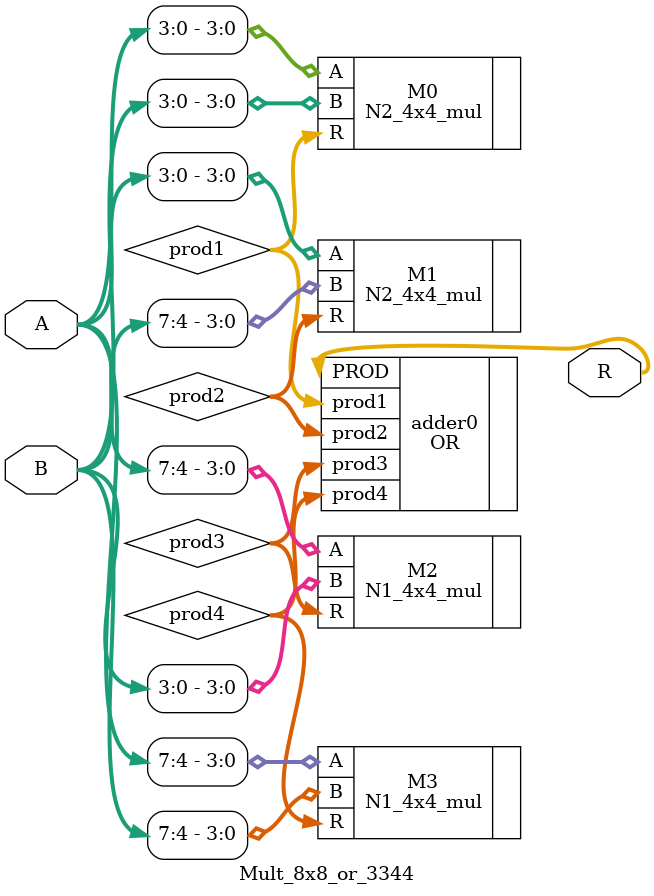
<source format=v>
module Mult_8x8_or_3344(
input [7:0] A,
input [7:0] B,
output [15:0]R
);
wire [7:0]prod1;
wire [7:0]prod2;
wire [7:0]prod3;
wire [7:0]prod4;

N2_4x4_mul M0(.A(A[3:0]),.B(B[3:0]),.R(prod1));
N2_4x4_mul M1(.A(A[3:0]),.B(B[7:4]),.R(prod2));
N1_4x4_mul M2(.A(A[7:4]),.B(B[3:0]),.R(prod3));
N1_4x4_mul M3(.A(A[7:4]),.B(B[7:4]),.R(prod4));
OR adder0(.prod1(prod1),.prod2(prod2),.prod3(prod3),.prod4(prod4),.PROD(R));
endmodule

</source>
